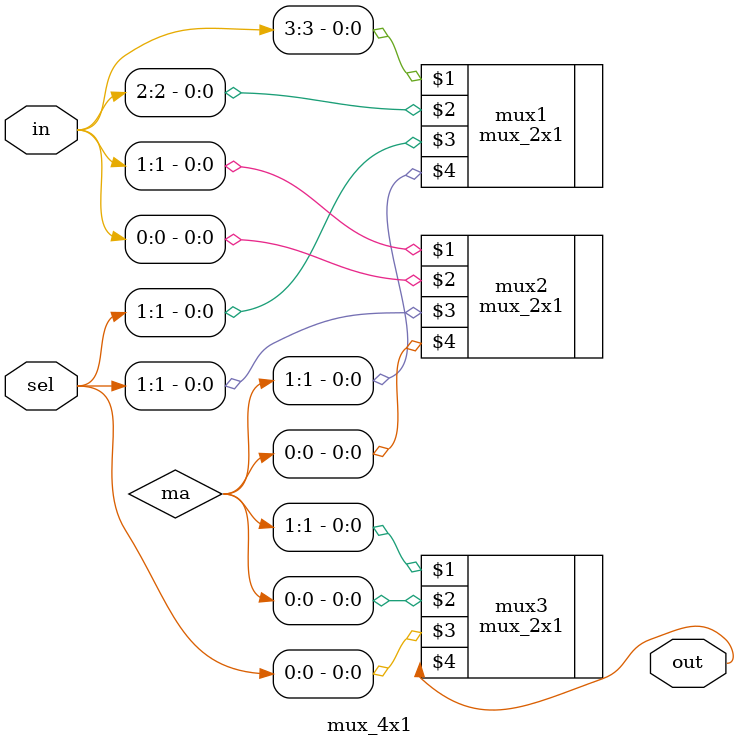
<source format=v>
`include "..\lab1\mux_2x1.v"
module mux_4x1(out, in, sel);
	input [0:3] in;
	input [0:1] sel;
	output out;
	wire [0:1] ma;
	
	mux_2x1 mux1(in[3], in[2], sel[1], ma[1]);
	mux_2x1 mux2(in[1], in[0], sel[1], ma[0]);
	mux_2x1 mux3(ma[1], ma[0], sel[0], out);
endmodule
</source>
